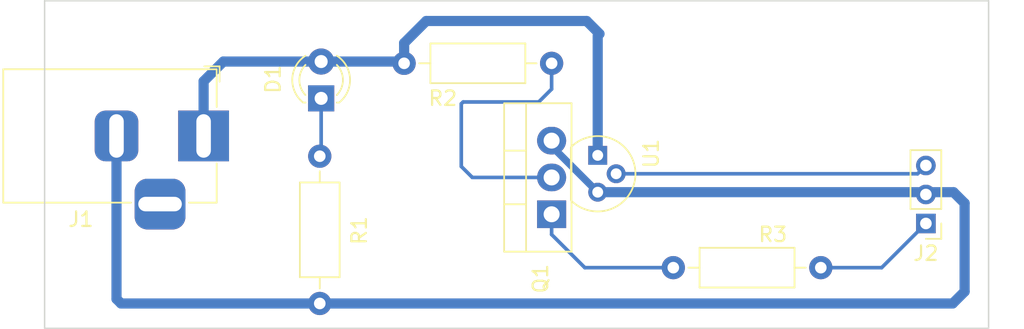
<source format=kicad_pcb>
(kicad_pcb (version 20211014) (generator pcbnew)
  (layers (0 "F.Cu" signal) (31 "B.Cu" signal) (34 "B.Paste" user) (35 "F.Paste" user) (36 "B.SilkS" user "B.Silkscreen") (37 "F.SilkS" user "F.Silkscreen") (38 "B.Mask" user) (39 "F.Mask" user) (44 "Edge.Cuts" user))
  (net 0 "")
  (net 1 "Net-(R1-Pad1)")
  (net 2 "GND")
  (net 3 "Net-(Q1-Pad2)")
  (net 4 "+5V")
  (net 5 "/Heat input")
  (net 6 "Net-(Q1-Pad1)")
  (net 7 "/Heat output")
  (footprint "Package_TO_SOT_THT:TO-220-3_Vertical" (layer "F.Cu") (at 145.415 100.838 90)
    (fp_text reference "Q1" (at -4.445 -0.762 90) (layer "F.SilkS"))
    (fp_text value "TIP41C")
    (fp_line (start -2.58 -1.76) (end 7.66 -1.76) (layer "F.SilkS") (width 0.12))
    (fp_line (start 4.391 -3.27) (end 4.391 -1.76) (layer "F.SilkS") (width 0.12))
    (fp_line (start -2.58 -3.27) (end -2.58 1.371) (layer "F.SilkS") (width 0.12))
    (fp_line (start -2.58 -3.27) (end 7.66 -3.27) (layer "F.SilkS") (width 0.12))
    (fp_line (start -2.58 1.371) (end 7.66 1.371) (layer "F.SilkS") (width 0.12))
    (fp_line (start 0.69 -3.27) (end 0.69 -1.76) (layer "F.SilkS") (width 0.12))
    (fp_line (start 7.66 -3.27) (end 7.66 1.371) (layer "F.SilkS") (width 0.12))
    (pad "1" thru_hole rect (at 0 0 90) (size 1.905 2) (drill 1.1) (layers *.Cu *.Mask) (net 6 "Net-(Q1-Pad1)"))
    (pad "2" thru_hole oval (at 2.54 0 90) (size 1.905 2) (drill 1.1) (layers *.Cu *.Mask) (net 3 "Net-(Q1-Pad2)"))
    (pad "3" thru_hole oval (at 5.08 0 90) (size 1.905 2) (drill 1.1) (layers *.Cu *.Mask) (net 2 "GND"))
  )
  (footprint "Resistor_THT:R_Axial_DIN0207_L6.3mm_D2.5mm_P10.16mm_Horizontal" (layer "F.Cu") (at 129.444 96.8325 -90)
    (fp_text reference "R1" (at 5.1275 -2.72 90) (layer "F.SilkS"))
    (fp_text value "R")
    (fp_line (start 8.35 1.37) (end 8.35 -1.37) (layer "F.SilkS") (width 0.12))
    (fp_line (start 1.04 0) (end 1.81 0) (layer "F.SilkS") (width 0.12))
    (fp_line (start 1.81 1.37) (end 8.35 1.37) (layer "F.SilkS") (width 0.12))
    (fp_line (start 9.12 0) (end 8.35 0) (layer "F.SilkS") (width 0.12))
    (fp_line (start 1.81 -1.37) (end 1.81 1.37) (layer "F.SilkS") (width 0.12))
    (fp_line (start 8.35 -1.37) (end 1.81 -1.37) (layer "F.SilkS") (width 0.12))
    (pad "1" thru_hole circle (at 0 0 270) (size 1.6 1.6) (drill 0.8) (layers *.Cu *.Mask) (net 1 "Net-(R1-Pad1)"))
    (pad "2" thru_hole oval (at 10.16 0 270) (size 1.6 1.6) (drill 0.8) (layers *.Cu *.Mask) (net 2 "GND"))
  )
  (footprint "Resistor_THT:R_Axial_DIN0207_L6.3mm_D2.5mm_P10.16mm_Horizontal" (layer "F.Cu") (at 145.415 90.424 180)
    (fp_text reference "R2" (at 7.493 -2.413) (layer "F.SilkS"))
    (fp_text value "R")
    (fp_line (start 1.04 0) (end 1.81 0) (layer "F.SilkS") (width 0.12))
    (fp_line (start 1.81 1.37) (end 8.35 1.37) (layer "F.SilkS") (width 0.12))
    (fp_line (start 8.35 -1.37) (end 1.81 -1.37) (layer "F.SilkS") (width 0.12))
    (fp_line (start 1.81 -1.37) (end 1.81 1.37) (layer "F.SilkS") (width 0.12))
    (fp_line (start 8.35 1.37) (end 8.35 -1.37) (layer "F.SilkS") (width 0.12))
    (fp_line (start 9.12 0) (end 8.35 0) (layer "F.SilkS") (width 0.12))
    (pad "1" thru_hole circle (at 0 0 180) (size 1.6 1.6) (drill 0.8) (layers *.Cu *.Mask) (net 3 "Net-(Q1-Pad2)"))
    (pad "2" thru_hole oval (at 10.16 0 180) (size 1.6 1.6) (drill 0.8) (layers *.Cu *.Mask) (net 4 "+5V"))
  )
  (footprint "Package_TO_SOT_THT:TO-92" (layer "F.Cu") (at 148.59 96.774 -90)
    (fp_text reference "U1" (at -0.127 -3.683 90) (layer "F.SilkS"))
    (fp_text value "LM35-LP")
    (fp_line (start -0.53 1.85) (end 3.07 1.85) (layer "F.SilkS") (width 0.12))
    (fp_arc (start -0.568478 1.838478) (mid -1.132087 -0.994977) (end 1.27 -2.6) (layer "F.SilkS") (width 0.12))
    (fp_arc (start 1.27 -2.6) (mid 3.672087 -0.994977) (end 3.108478 1.838478) (layer "F.SilkS") (width 0.12))
    (pad "1" thru_hole rect (at 0 0 270) (size 1.3 1.3) (drill 0.75) (layers *.Cu *.Mask) (net 4 "+5V"))
    (pad "2" thru_hole circle (at 1.27 -1.27 270) (size 1.3 1.3) (drill 0.75) (layers *.Cu *.Mask) (net 7 "/Heat output"))
    (pad "3" thru_hole circle (at 2.54 0 270) (size 1.3 1.3) (drill 0.75) (layers *.Cu *.Mask) (net 2 "GND"))
  )
  (footprint "LED_THT:LED_D3.0mm" (layer "F.Cu") (at 129.54 92.842 90)
    (fp_text reference "D1" (at 1.3175 -3.31 90) (layer "F.SilkS"))
    (fp_text value "LED")
    (fp_line (start -0.29 -1.236) (end -0.29 -1.08) (layer "F.SilkS") (width 0.12))
    (fp_line (start -0.29 1.08) (end -0.29 1.236) (layer "F.SilkS") (width 0.12))
    (fp_arc (start 2.31113 1.079837) (mid 1.270117 1.5) (end 0.229039 1.08) (layer "F.SilkS") (width 0.12))
    (fp_arc (start 0.229039 -1.08) (mid 1.270117 -1.5) (end 2.31113 -1.079837) (layer "F.SilkS") (width 0.12))
    (fp_arc (start 2.942335 1.078608) (mid 1.366487 1.987659) (end -0.29 1.235516) (layer "F.SilkS") (width 0.12))
    (fp_arc (start -0.29 -1.235516) (mid 1.366487 -1.987659) (end 2.942335 -1.078608) (layer "F.SilkS") (width 0.12))
    (pad "1" thru_hole rect (at 0 0 90) (size 1.8 1.8) (drill 0.9) (layers *.Cu *.Mask) (net 1 "Net-(R1-Pad1)"))
    (pad "2" thru_hole circle (at 2.54 0 90) (size 1.8 1.8) (drill 0.9) (layers *.Cu *.Mask) (net 4 "+5V"))
  )
  (footprint "Connector_BarrelJack:BarrelJack_Horizontal" (layer "F.Cu") (at 121.443 95.4355)
    (fp_text reference "J1" (at -8.45 5.75) (layer "F.SilkS"))
    (fp_text value "Barrel_Jack")
    (fp_line (start 0.9 4.6) (end -1 4.6) (layer "F.SilkS") (width 0.12))
    (fp_line (start 0.05 -4.8) (end 1.1 -4.8) (layer "F.SilkS") (width 0.12))
    (fp_line (start 1.1 -3.75) (end 1.1 -4.8) (layer "F.SilkS") (width 0.12))
    (fp_line (start 0.9 1.9) (end 0.9 4.6) (layer "F.SilkS") (width 0.12))
    (fp_line (start -13.8 4.6) (end -13.8 -4.6) (layer "F.SilkS") (width 0.12))
    (fp_line (start -5 4.6) (end -13.8 4.6) (layer "F.SilkS") (width 0.12))
    (fp_line (start -13.8 -4.6) (end 0.9 -4.6) (layer "F.SilkS") (width 0.12))
    (fp_line (start 0.9 -4.6) (end 0.9 -2) (layer "F.SilkS") (width 0.12))
    (pad "1" thru_hole rect (at 0 0) (size 3.5 3.5) (drill oval 1 3) (layers *.Cu *.Mask) (net 4 "+5V"))
    (pad "2" thru_hole roundrect (at -6 0) (size 3 3.5) (drill oval 1 3) (layers *.Cu *.Mask) (net 2 "GND"))
    (pad "3" thru_hole roundrect (at -3 4.7) (size 3.5 3.5) (drill oval 3 1) (layers *.Cu *.Mask))
  )
  (footprint "Resistor_THT:R_Axial_DIN0207_L6.3mm_D2.5mm_P10.16mm_Horizontal" (layer "F.Cu") (at 163.957 104.521 180)
    (fp_text reference "R3" (at 3.302 2.286) (layer "F.SilkS"))
    (fp_text value "R")
    (fp_line (start 1.81 -1.37) (end 1.81 1.37) (layer "F.SilkS") (width 0.12))
    (fp_line (start 8.35 -1.37) (end 1.81 -1.37) (layer "F.SilkS") (width 0.12))
    (fp_line (start 9.12 0) (end 8.35 0) (layer "F.SilkS") (width 0.12))
    (fp_line (start 8.35 1.37) (end 8.35 -1.37) (layer "F.SilkS") (width 0.12))
    (fp_line (start 1.81 1.37) (end 8.35 1.37) (layer "F.SilkS") (width 0.12))
    (fp_line (start 1.04 0) (end 1.81 0) (layer "F.SilkS") (width 0.12))
    (pad "1" thru_hole circle (at 0 0 180) (size 1.6 1.6) (drill 0.8) (layers *.Cu *.Mask) (net 5 "/Heat input"))
    (pad "2" thru_hole oval (at 10.16 0 180) (size 1.6 1.6) (drill 0.8) (layers *.Cu *.Mask) (net 6 "Net-(Q1-Pad1)"))
  )
  (footprint "Connector_PinHeader_2.00mm:PinHeader_1x03_P2.00mm_Vertical" (layer "F.Cu") (at 171.196 101.473 180)
    (fp_text reference "J2" (at 0 -2.06) (layer "F.SilkS"))
    (fp_text value "Conn_01x03_Male")
    (fp_line (start -1.06 0) (end -1.06 -1.06) (layer "F.SilkS") (width 0.12))
    (fp_line (start -1.06 -1.06) (end 0 -1.06) (layer "F.SilkS") (width 0.12))
    (fp_line (start -1.06 5.06) (end 1.06 5.06) (layer "F.SilkS") (width 0.12))
    (fp_line (start -1.06 1) (end -1.06 5.06) (layer "F.SilkS") (width 0.12))
    (fp_line (start -1.06 1) (end 1.06 1) (layer "F.SilkS") (width 0.12))
    (fp_line (start 1.06 1) (end 1.06 5.06) (layer "F.SilkS") (width 0.12))
    (pad "1" thru_hole rect (at 0 0 180) (size 1.35 1.35) (drill 0.8) (layers *.Cu *.Mask) (net 5 "/Heat input"))
    (pad "2" thru_hole oval (at 0 2 180) (size 1.35 1.35) (drill 0.8) (layers *.Cu *.Mask) (net 2 "GND"))
    (pad "3" thru_hole oval (at 0 4 180) (size 1.35 1.35) (drill 0.8) (layers *.Cu *.Mask) (net 7 "/Heat output"))
  )
  (gr_rect (start 110.49 86.106) (end 175.514 108.712) (layer "Edge.Cuts") (width 0.1) (fill none))
  (segment (start 129.54 96.7365) (end 129.444 96.8325) (width 0.25) (layer "B.Cu") (net 1))
  (segment (start 129.54 92.842) (end 129.54 96.7365) (width 0.25) (layer "B.Cu") (net 1))
  (segment (start 145.415 96.139) (end 148.59 99.314) (width 0.5) (layer "B.Cu") (net 2))
  (segment (start 115.443 106.68) (end 115.443 95.4355) (width 0.7) (layer "B.Cu") (net 2))
  (segment (start 173.863 106.172) (end 173.0425 106.9925) (width 0.7) (layer "B.Cu") (net 2))
  (segment (start 115.7555 106.9925) (end 115.443 106.68) (width 0.7) (layer "B.Cu") (net 2))
  (segment (start 173.863 100.076) (end 173.863 106.172) (width 0.7) (layer "B.Cu") (net 2))
  (segment (start 173.101 99.314) (end 173.863 100.076) (width 0.7) (layer "B.Cu") (net 2))
  (segment (start 129.444 106.9925) (end 115.7555 106.9925) (width 0.7) (layer "B.Cu") (net 2))
  (segment (start 145.415 95.758) (end 145.415 96.139) (width 0.25) (layer "B.Cu") (net 2))
  (segment (start 148.59 99.314) (end 173.101 99.314) (width 0.7) (layer "B.Cu") (net 2))
  (segment (start 173.0425 106.9925) (end 129.444 106.9925) (width 0.7) (layer "B.Cu") (net 2))
  (segment (start 139.192 97.536) (end 139.954 98.298) (width 0.25) (layer "B.Cu") (net 3))
  (segment (start 139.954 98.298) (end 145.415 98.298) (width 0.25) (layer "B.Cu") (net 3))
  (segment (start 145.415 90.424) (end 145.415 92.202) (width 0.25) (layer "B.Cu") (net 3))
  (segment (start 139.319 93.091) (end 139.192 93.218) (width 0.25) (layer "B.Cu") (net 3))
  (segment (start 139.192 93.218) (end 139.192 97.536) (width 0.25) (layer "B.Cu") (net 3))
  (segment (start 144.526 93.091) (end 139.319 93.091) (width 0.25) (layer "B.Cu") (net 3))
  (segment (start 145.415 92.202) (end 144.526 93.091) (width 0.25) (layer "B.Cu") (net 3))
  (segment (start 122.814 90.302) (end 129.54 90.302) (width 0.7) (layer "B.Cu") (net 4))
  (segment (start 135.255 90.424) (end 135.255 89.027) (width 0.7) (layer "B.Cu") (net 4))
  (segment (start 121.443 91.663) (end 121.443 95.4355) (width 0.7) (layer "B.Cu") (net 4))
  (segment (start 135.133 90.302) (end 135.255 90.424) (width 0.25) (layer "B.Cu") (net 4))
  (segment (start 148.59 88.519) (end 148.59 96.774) (width 0.7) (layer "B.Cu") (net 4))
  (segment (start 122.809 90.297) (end 121.443 91.663) (width 0.7) (layer "B.Cu") (net 4))
  (segment (start 129.54 90.302) (end 135.133 90.302) (width 0.7) (layer "B.Cu") (net 4))
  (segment (start 136.779 87.503) (end 147.828 87.503) (width 0.7) (layer "B.Cu") (net 4))
  (segment (start 147.828 87.503) (end 148.717 88.392) (width 0.7) (layer "B.Cu") (net 4))
  (segment (start 122.809 90.297) (end 122.814 90.302) (width 0.25) (layer "B.Cu") (net 4))
  (segment (start 148.717 88.392) (end 148.59 88.519) (width 0.25) (layer "B.Cu") (net 4))
  (segment (start 135.255 89.027) (end 136.779 87.503) (width 0.7) (layer "B.Cu") (net 4))
  (segment (start 168.148 104.521) (end 171.196 101.473) (width 0.25) (layer "B.Cu") (net 5))
  (segment (start 163.957 104.521) (end 168.148 104.521) (width 0.25) (layer "B.Cu") (net 5))
  (segment (start 147.701 104.521) (end 153.797 104.521) (width 0.25) (layer "B.Cu") (net 6))
  (segment (start 145.415 102.235) (end 147.701 104.521) (width 0.25) (layer "B.Cu") (net 6))
  (segment (start 145.415 100.838) (end 145.415 102.235) (width 0.25) (layer "B.Cu") (net 6))
  (segment (start 149.86 98.044) (end 170.625 98.044) (width 0.25) (layer "B.Cu") (net 7))
  (segment (start 170.625 98.044) (end 171.196 97.473) (width 0.25) (layer "B.Cu") (net 7))
)
</source>
